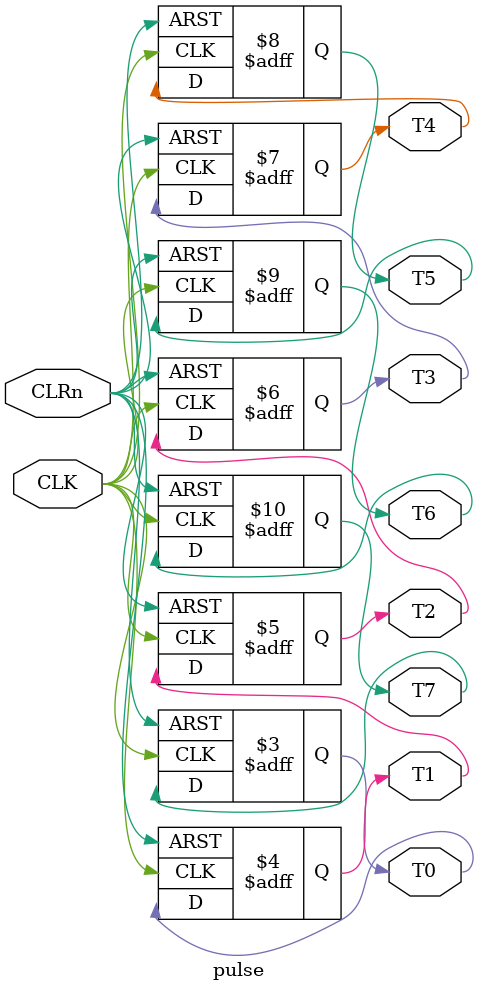
<source format=v>
module pulse(
    input CLK,
    input CLRn,
    output reg T0, T1, T2, T3, T4, T5, T6, T7
    );
    
    always @(posedge CLK or negedge CLRn) begin
        if (!CLRn) begin
            T0 <= 1'b1;  // ³õÊ¼×´Ì¬ÏÂT0Îª1£¬ÆäËüÎ»Îª0
            T1 <= 1'b0;
            T2 <= 1'b0;
            T3 <= 1'b0;
            T4 <= 1'b0;
            T5 <= 1'b0;
            T6 <= 1'b0;
            T7 <= 1'b0;
        end else begin
            T0 <= T7;    // »·ÐÎÒÆÎ»
            T1 <= T0;
            T2 <= T1;
            T3 <= T2;
            T4 <= T3;
            T5 <= T4;
            T6 <= T5;
            T7 <= T6;
        end
    end
endmodule


</source>
